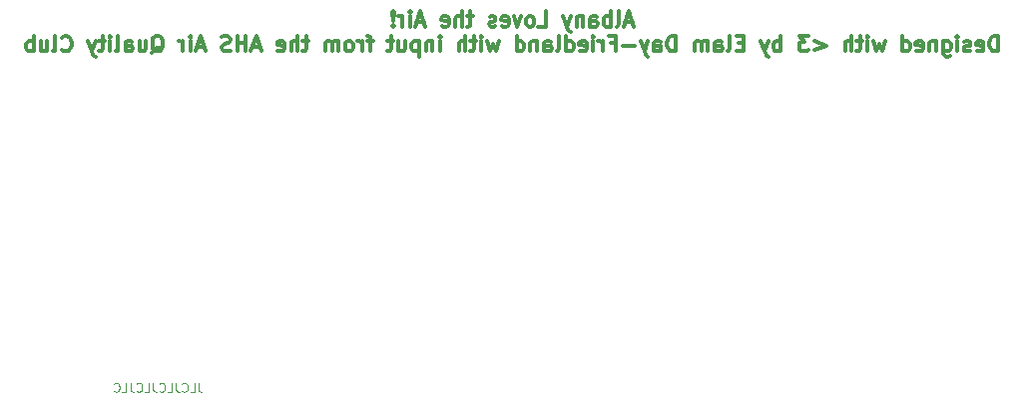
<source format=gbr>
%TF.GenerationSoftware,KiCad,Pcbnew,(5.99.0-8928-gc255dede17)*%
%TF.CreationDate,2021-03-21T11:37:16-07:00*%
%TF.ProjectId,smbpcb,736d6270-6362-42e6-9b69-6361645f7063,rev?*%
%TF.SameCoordinates,Original*%
%TF.FileFunction,Legend,Bot*%
%TF.FilePolarity,Positive*%
%FSLAX46Y46*%
G04 Gerber Fmt 4.6, Leading zero omitted, Abs format (unit mm)*
G04 Created by KiCad (PCBNEW (5.99.0-8928-gc255dede17)) date 2021-03-21 11:37:16*
%MOMM*%
%LPD*%
G01*
G04 APERTURE LIST*
%ADD10C,0.300000*%
%ADD11C,0.100000*%
G04 APERTURE END LIST*
D10*
X104143333Y-59685166D02*
X103524285Y-59685166D01*
X104267142Y-60056595D02*
X103833809Y-58756595D01*
X103400476Y-60056595D01*
X102781428Y-60056595D02*
X102905238Y-59994690D01*
X102967142Y-59870880D01*
X102967142Y-58756595D01*
X102286190Y-60056595D02*
X102286190Y-58756595D01*
X102286190Y-59251833D02*
X102162380Y-59189928D01*
X101914761Y-59189928D01*
X101790952Y-59251833D01*
X101729047Y-59313738D01*
X101667142Y-59437547D01*
X101667142Y-59808976D01*
X101729047Y-59932785D01*
X101790952Y-59994690D01*
X101914761Y-60056595D01*
X102162380Y-60056595D01*
X102286190Y-59994690D01*
X100552857Y-60056595D02*
X100552857Y-59375642D01*
X100614761Y-59251833D01*
X100738571Y-59189928D01*
X100986190Y-59189928D01*
X101110000Y-59251833D01*
X100552857Y-59994690D02*
X100676666Y-60056595D01*
X100986190Y-60056595D01*
X101110000Y-59994690D01*
X101171904Y-59870880D01*
X101171904Y-59747071D01*
X101110000Y-59623261D01*
X100986190Y-59561357D01*
X100676666Y-59561357D01*
X100552857Y-59499452D01*
X99933809Y-59189928D02*
X99933809Y-60056595D01*
X99933809Y-59313738D02*
X99871904Y-59251833D01*
X99748095Y-59189928D01*
X99562380Y-59189928D01*
X99438571Y-59251833D01*
X99376666Y-59375642D01*
X99376666Y-60056595D01*
X98881428Y-59189928D02*
X98571904Y-60056595D01*
X98262380Y-59189928D02*
X98571904Y-60056595D01*
X98695714Y-60366119D01*
X98757619Y-60428023D01*
X98881428Y-60489928D01*
X96157619Y-60056595D02*
X96776666Y-60056595D01*
X96776666Y-58756595D01*
X95538571Y-60056595D02*
X95662380Y-59994690D01*
X95724285Y-59932785D01*
X95786190Y-59808976D01*
X95786190Y-59437547D01*
X95724285Y-59313738D01*
X95662380Y-59251833D01*
X95538571Y-59189928D01*
X95352857Y-59189928D01*
X95229047Y-59251833D01*
X95167142Y-59313738D01*
X95105238Y-59437547D01*
X95105238Y-59808976D01*
X95167142Y-59932785D01*
X95229047Y-59994690D01*
X95352857Y-60056595D01*
X95538571Y-60056595D01*
X94671904Y-59189928D02*
X94362380Y-60056595D01*
X94052857Y-59189928D01*
X93062380Y-59994690D02*
X93186190Y-60056595D01*
X93433809Y-60056595D01*
X93557619Y-59994690D01*
X93619523Y-59870880D01*
X93619523Y-59375642D01*
X93557619Y-59251833D01*
X93433809Y-59189928D01*
X93186190Y-59189928D01*
X93062380Y-59251833D01*
X93000476Y-59375642D01*
X93000476Y-59499452D01*
X93619523Y-59623261D01*
X92505238Y-59994690D02*
X92381428Y-60056595D01*
X92133809Y-60056595D01*
X92010000Y-59994690D01*
X91948095Y-59870880D01*
X91948095Y-59808976D01*
X92010000Y-59685166D01*
X92133809Y-59623261D01*
X92319523Y-59623261D01*
X92443333Y-59561357D01*
X92505238Y-59437547D01*
X92505238Y-59375642D01*
X92443333Y-59251833D01*
X92319523Y-59189928D01*
X92133809Y-59189928D01*
X92010000Y-59251833D01*
X90586190Y-59189928D02*
X90090952Y-59189928D01*
X90400476Y-58756595D02*
X90400476Y-59870880D01*
X90338571Y-59994690D01*
X90214761Y-60056595D01*
X90090952Y-60056595D01*
X89657619Y-60056595D02*
X89657619Y-58756595D01*
X89100476Y-60056595D02*
X89100476Y-59375642D01*
X89162380Y-59251833D01*
X89286190Y-59189928D01*
X89471904Y-59189928D01*
X89595714Y-59251833D01*
X89657619Y-59313738D01*
X87986190Y-59994690D02*
X88110000Y-60056595D01*
X88357619Y-60056595D01*
X88481428Y-59994690D01*
X88543333Y-59870880D01*
X88543333Y-59375642D01*
X88481428Y-59251833D01*
X88357619Y-59189928D01*
X88110000Y-59189928D01*
X87986190Y-59251833D01*
X87924285Y-59375642D01*
X87924285Y-59499452D01*
X88543333Y-59623261D01*
X86438571Y-59685166D02*
X85819523Y-59685166D01*
X86562380Y-60056595D02*
X86129047Y-58756595D01*
X85695714Y-60056595D01*
X85262380Y-60056595D02*
X85262380Y-59189928D01*
X85262380Y-58756595D02*
X85324285Y-58818500D01*
X85262380Y-58880404D01*
X85200476Y-58818500D01*
X85262380Y-58756595D01*
X85262380Y-58880404D01*
X84643333Y-60056595D02*
X84643333Y-59189928D01*
X84643333Y-59437547D02*
X84581428Y-59313738D01*
X84519523Y-59251833D01*
X84395714Y-59189928D01*
X84271904Y-59189928D01*
X83838571Y-59932785D02*
X83776666Y-59994690D01*
X83838571Y-60056595D01*
X83900476Y-59994690D01*
X83838571Y-59932785D01*
X83838571Y-60056595D01*
X83838571Y-59561357D02*
X83900476Y-58818500D01*
X83838571Y-58756595D01*
X83776666Y-58818500D01*
X83838571Y-59561357D01*
X83838571Y-58756595D01*
X135157619Y-62149595D02*
X135157619Y-60849595D01*
X134848095Y-60849595D01*
X134662380Y-60911500D01*
X134538571Y-61035309D01*
X134476666Y-61159119D01*
X134414761Y-61406738D01*
X134414761Y-61592452D01*
X134476666Y-61840071D01*
X134538571Y-61963880D01*
X134662380Y-62087690D01*
X134848095Y-62149595D01*
X135157619Y-62149595D01*
X133362380Y-62087690D02*
X133486190Y-62149595D01*
X133733809Y-62149595D01*
X133857619Y-62087690D01*
X133919523Y-61963880D01*
X133919523Y-61468642D01*
X133857619Y-61344833D01*
X133733809Y-61282928D01*
X133486190Y-61282928D01*
X133362380Y-61344833D01*
X133300476Y-61468642D01*
X133300476Y-61592452D01*
X133919523Y-61716261D01*
X132805238Y-62087690D02*
X132681428Y-62149595D01*
X132433809Y-62149595D01*
X132309999Y-62087690D01*
X132248095Y-61963880D01*
X132248095Y-61901976D01*
X132309999Y-61778166D01*
X132433809Y-61716261D01*
X132619523Y-61716261D01*
X132743333Y-61654357D01*
X132805238Y-61530547D01*
X132805238Y-61468642D01*
X132743333Y-61344833D01*
X132619523Y-61282928D01*
X132433809Y-61282928D01*
X132309999Y-61344833D01*
X131690952Y-62149595D02*
X131690952Y-61282928D01*
X131690952Y-60849595D02*
X131752857Y-60911500D01*
X131690952Y-60973404D01*
X131629047Y-60911500D01*
X131690952Y-60849595D01*
X131690952Y-60973404D01*
X130514761Y-61282928D02*
X130514761Y-62335309D01*
X130576666Y-62459119D01*
X130638571Y-62521023D01*
X130762380Y-62582928D01*
X130948095Y-62582928D01*
X131071904Y-62521023D01*
X130514761Y-62087690D02*
X130638571Y-62149595D01*
X130886190Y-62149595D01*
X131009999Y-62087690D01*
X131071904Y-62025785D01*
X131133809Y-61901976D01*
X131133809Y-61530547D01*
X131071904Y-61406738D01*
X131009999Y-61344833D01*
X130886190Y-61282928D01*
X130638571Y-61282928D01*
X130514761Y-61344833D01*
X129895714Y-61282928D02*
X129895714Y-62149595D01*
X129895714Y-61406738D02*
X129833809Y-61344833D01*
X129709999Y-61282928D01*
X129524285Y-61282928D01*
X129400476Y-61344833D01*
X129338571Y-61468642D01*
X129338571Y-62149595D01*
X128224285Y-62087690D02*
X128348095Y-62149595D01*
X128595714Y-62149595D01*
X128719523Y-62087690D01*
X128781428Y-61963880D01*
X128781428Y-61468642D01*
X128719523Y-61344833D01*
X128595714Y-61282928D01*
X128348095Y-61282928D01*
X128224285Y-61344833D01*
X128162380Y-61468642D01*
X128162380Y-61592452D01*
X128781428Y-61716261D01*
X127048095Y-62149595D02*
X127048095Y-60849595D01*
X127048095Y-62087690D02*
X127171904Y-62149595D01*
X127419523Y-62149595D01*
X127543333Y-62087690D01*
X127605238Y-62025785D01*
X127667142Y-61901976D01*
X127667142Y-61530547D01*
X127605238Y-61406738D01*
X127543333Y-61344833D01*
X127419523Y-61282928D01*
X127171904Y-61282928D01*
X127048095Y-61344833D01*
X125562380Y-61282928D02*
X125314761Y-62149595D01*
X125067142Y-61530547D01*
X124819523Y-62149595D01*
X124571904Y-61282928D01*
X124076666Y-62149595D02*
X124076666Y-61282928D01*
X124076666Y-60849595D02*
X124138571Y-60911500D01*
X124076666Y-60973404D01*
X124014761Y-60911500D01*
X124076666Y-60849595D01*
X124076666Y-60973404D01*
X123643333Y-61282928D02*
X123148095Y-61282928D01*
X123457619Y-60849595D02*
X123457619Y-61963880D01*
X123395714Y-62087690D01*
X123271904Y-62149595D01*
X123148095Y-62149595D01*
X122714761Y-62149595D02*
X122714761Y-60849595D01*
X122157619Y-62149595D02*
X122157619Y-61468642D01*
X122219523Y-61344833D01*
X122343333Y-61282928D01*
X122529047Y-61282928D01*
X122652857Y-61344833D01*
X122714761Y-61406738D01*
X119557619Y-61282928D02*
X120548095Y-61654357D01*
X119557619Y-62025785D01*
X119062380Y-60849595D02*
X118257619Y-60849595D01*
X118690952Y-61344833D01*
X118505238Y-61344833D01*
X118381428Y-61406738D01*
X118319523Y-61468642D01*
X118257619Y-61592452D01*
X118257619Y-61901976D01*
X118319523Y-62025785D01*
X118381428Y-62087690D01*
X118505238Y-62149595D01*
X118876666Y-62149595D01*
X119000476Y-62087690D01*
X119062380Y-62025785D01*
X116709999Y-62149595D02*
X116709999Y-60849595D01*
X116709999Y-61344833D02*
X116586190Y-61282928D01*
X116338571Y-61282928D01*
X116214761Y-61344833D01*
X116152857Y-61406738D01*
X116090952Y-61530547D01*
X116090952Y-61901976D01*
X116152857Y-62025785D01*
X116214761Y-62087690D01*
X116338571Y-62149595D01*
X116586190Y-62149595D01*
X116709999Y-62087690D01*
X115657619Y-61282928D02*
X115348095Y-62149595D01*
X115038571Y-61282928D02*
X115348095Y-62149595D01*
X115471904Y-62459119D01*
X115533809Y-62521023D01*
X115657619Y-62582928D01*
X113552857Y-61468642D02*
X113119523Y-61468642D01*
X112933809Y-62149595D02*
X113552857Y-62149595D01*
X113552857Y-60849595D01*
X112933809Y-60849595D01*
X112190952Y-62149595D02*
X112314761Y-62087690D01*
X112376666Y-61963880D01*
X112376666Y-60849595D01*
X111138571Y-62149595D02*
X111138571Y-61468642D01*
X111200476Y-61344833D01*
X111324285Y-61282928D01*
X111571904Y-61282928D01*
X111695714Y-61344833D01*
X111138571Y-62087690D02*
X111262380Y-62149595D01*
X111571904Y-62149595D01*
X111695714Y-62087690D01*
X111757619Y-61963880D01*
X111757619Y-61840071D01*
X111695714Y-61716261D01*
X111571904Y-61654357D01*
X111262380Y-61654357D01*
X111138571Y-61592452D01*
X110519523Y-62149595D02*
X110519523Y-61282928D01*
X110519523Y-61406738D02*
X110457619Y-61344833D01*
X110333809Y-61282928D01*
X110148095Y-61282928D01*
X110024285Y-61344833D01*
X109962380Y-61468642D01*
X109962380Y-62149595D01*
X109962380Y-61468642D02*
X109900476Y-61344833D01*
X109776666Y-61282928D01*
X109590952Y-61282928D01*
X109467142Y-61344833D01*
X109405238Y-61468642D01*
X109405238Y-62149595D01*
X107795714Y-62149595D02*
X107795714Y-60849595D01*
X107486190Y-60849595D01*
X107300476Y-60911500D01*
X107176666Y-61035309D01*
X107114761Y-61159119D01*
X107052857Y-61406738D01*
X107052857Y-61592452D01*
X107114761Y-61840071D01*
X107176666Y-61963880D01*
X107300476Y-62087690D01*
X107486190Y-62149595D01*
X107795714Y-62149595D01*
X105938571Y-62149595D02*
X105938571Y-61468642D01*
X106000476Y-61344833D01*
X106124285Y-61282928D01*
X106371904Y-61282928D01*
X106495714Y-61344833D01*
X105938571Y-62087690D02*
X106062380Y-62149595D01*
X106371904Y-62149595D01*
X106495714Y-62087690D01*
X106557619Y-61963880D01*
X106557619Y-61840071D01*
X106495714Y-61716261D01*
X106371904Y-61654357D01*
X106062380Y-61654357D01*
X105938571Y-61592452D01*
X105443333Y-61282928D02*
X105133809Y-62149595D01*
X104824285Y-61282928D02*
X105133809Y-62149595D01*
X105257619Y-62459119D01*
X105319523Y-62521023D01*
X105443333Y-62582928D01*
X104329047Y-61654357D02*
X103338571Y-61654357D01*
X102286190Y-61468642D02*
X102719523Y-61468642D01*
X102719523Y-62149595D02*
X102719523Y-60849595D01*
X102100476Y-60849595D01*
X101605238Y-62149595D02*
X101605238Y-61282928D01*
X101605238Y-61530547D02*
X101543333Y-61406738D01*
X101481428Y-61344833D01*
X101357619Y-61282928D01*
X101233809Y-61282928D01*
X100800476Y-62149595D02*
X100800476Y-61282928D01*
X100800476Y-60849595D02*
X100862380Y-60911500D01*
X100800476Y-60973404D01*
X100738571Y-60911500D01*
X100800476Y-60849595D01*
X100800476Y-60973404D01*
X99686190Y-62087690D02*
X99809999Y-62149595D01*
X100057619Y-62149595D01*
X100181428Y-62087690D01*
X100243333Y-61963880D01*
X100243333Y-61468642D01*
X100181428Y-61344833D01*
X100057619Y-61282928D01*
X99809999Y-61282928D01*
X99686190Y-61344833D01*
X99624285Y-61468642D01*
X99624285Y-61592452D01*
X100243333Y-61716261D01*
X98509999Y-62149595D02*
X98509999Y-60849595D01*
X98509999Y-62087690D02*
X98633809Y-62149595D01*
X98881428Y-62149595D01*
X99005238Y-62087690D01*
X99067142Y-62025785D01*
X99129047Y-61901976D01*
X99129047Y-61530547D01*
X99067142Y-61406738D01*
X99005238Y-61344833D01*
X98881428Y-61282928D01*
X98633809Y-61282928D01*
X98509999Y-61344833D01*
X97705238Y-62149595D02*
X97829047Y-62087690D01*
X97890952Y-61963880D01*
X97890952Y-60849595D01*
X96652857Y-62149595D02*
X96652857Y-61468642D01*
X96714761Y-61344833D01*
X96838571Y-61282928D01*
X97086190Y-61282928D01*
X97209999Y-61344833D01*
X96652857Y-62087690D02*
X96776666Y-62149595D01*
X97086190Y-62149595D01*
X97209999Y-62087690D01*
X97271904Y-61963880D01*
X97271904Y-61840071D01*
X97209999Y-61716261D01*
X97086190Y-61654357D01*
X96776666Y-61654357D01*
X96652857Y-61592452D01*
X96033809Y-61282928D02*
X96033809Y-62149595D01*
X96033809Y-61406738D02*
X95971904Y-61344833D01*
X95848095Y-61282928D01*
X95662380Y-61282928D01*
X95538571Y-61344833D01*
X95476666Y-61468642D01*
X95476666Y-62149595D01*
X94300476Y-62149595D02*
X94300476Y-60849595D01*
X94300476Y-62087690D02*
X94424285Y-62149595D01*
X94671904Y-62149595D01*
X94795714Y-62087690D01*
X94857619Y-62025785D01*
X94919523Y-61901976D01*
X94919523Y-61530547D01*
X94857619Y-61406738D01*
X94795714Y-61344833D01*
X94671904Y-61282928D01*
X94424285Y-61282928D01*
X94300476Y-61344833D01*
X92814761Y-61282928D02*
X92567142Y-62149595D01*
X92319523Y-61530547D01*
X92071904Y-62149595D01*
X91824285Y-61282928D01*
X91329047Y-62149595D02*
X91329047Y-61282928D01*
X91329047Y-60849595D02*
X91390952Y-60911500D01*
X91329047Y-60973404D01*
X91267142Y-60911500D01*
X91329047Y-60849595D01*
X91329047Y-60973404D01*
X90895714Y-61282928D02*
X90400476Y-61282928D01*
X90709999Y-60849595D02*
X90709999Y-61963880D01*
X90648095Y-62087690D01*
X90524285Y-62149595D01*
X90400476Y-62149595D01*
X89967142Y-62149595D02*
X89967142Y-60849595D01*
X89409999Y-62149595D02*
X89409999Y-61468642D01*
X89471904Y-61344833D01*
X89595714Y-61282928D01*
X89781428Y-61282928D01*
X89905238Y-61344833D01*
X89967142Y-61406738D01*
X87800476Y-62149595D02*
X87800476Y-61282928D01*
X87800476Y-60849595D02*
X87862380Y-60911500D01*
X87800476Y-60973404D01*
X87738571Y-60911500D01*
X87800476Y-60849595D01*
X87800476Y-60973404D01*
X87181428Y-61282928D02*
X87181428Y-62149595D01*
X87181428Y-61406738D02*
X87119523Y-61344833D01*
X86995714Y-61282928D01*
X86809999Y-61282928D01*
X86686190Y-61344833D01*
X86624285Y-61468642D01*
X86624285Y-62149595D01*
X86005238Y-61282928D02*
X86005238Y-62582928D01*
X86005238Y-61344833D02*
X85881428Y-61282928D01*
X85633809Y-61282928D01*
X85509999Y-61344833D01*
X85448095Y-61406738D01*
X85386190Y-61530547D01*
X85386190Y-61901976D01*
X85448095Y-62025785D01*
X85509999Y-62087690D01*
X85633809Y-62149595D01*
X85881428Y-62149595D01*
X86005238Y-62087690D01*
X84271904Y-61282928D02*
X84271904Y-62149595D01*
X84829047Y-61282928D02*
X84829047Y-61963880D01*
X84767142Y-62087690D01*
X84643333Y-62149595D01*
X84457619Y-62149595D01*
X84333809Y-62087690D01*
X84271904Y-62025785D01*
X83838571Y-61282928D02*
X83343333Y-61282928D01*
X83652857Y-60849595D02*
X83652857Y-61963880D01*
X83590952Y-62087690D01*
X83467142Y-62149595D01*
X83343333Y-62149595D01*
X82105238Y-61282928D02*
X81609999Y-61282928D01*
X81919523Y-62149595D02*
X81919523Y-61035309D01*
X81857619Y-60911500D01*
X81733809Y-60849595D01*
X81609999Y-60849595D01*
X81176666Y-62149595D02*
X81176666Y-61282928D01*
X81176666Y-61530547D02*
X81114761Y-61406738D01*
X81052857Y-61344833D01*
X80929047Y-61282928D01*
X80805238Y-61282928D01*
X80186190Y-62149595D02*
X80309999Y-62087690D01*
X80371904Y-62025785D01*
X80433809Y-61901976D01*
X80433809Y-61530547D01*
X80371904Y-61406738D01*
X80309999Y-61344833D01*
X80186190Y-61282928D01*
X80000476Y-61282928D01*
X79876666Y-61344833D01*
X79814761Y-61406738D01*
X79752857Y-61530547D01*
X79752857Y-61901976D01*
X79814761Y-62025785D01*
X79876666Y-62087690D01*
X80000476Y-62149595D01*
X80186190Y-62149595D01*
X79195714Y-62149595D02*
X79195714Y-61282928D01*
X79195714Y-61406738D02*
X79133809Y-61344833D01*
X79009999Y-61282928D01*
X78824285Y-61282928D01*
X78700476Y-61344833D01*
X78638571Y-61468642D01*
X78638571Y-62149595D01*
X78638571Y-61468642D02*
X78576666Y-61344833D01*
X78452857Y-61282928D01*
X78267142Y-61282928D01*
X78143333Y-61344833D01*
X78081428Y-61468642D01*
X78081428Y-62149595D01*
X76657619Y-61282928D02*
X76162380Y-61282928D01*
X76471904Y-60849595D02*
X76471904Y-61963880D01*
X76409999Y-62087690D01*
X76286190Y-62149595D01*
X76162380Y-62149595D01*
X75729047Y-62149595D02*
X75729047Y-60849595D01*
X75171904Y-62149595D02*
X75171904Y-61468642D01*
X75233809Y-61344833D01*
X75357619Y-61282928D01*
X75543333Y-61282928D01*
X75667142Y-61344833D01*
X75729047Y-61406738D01*
X74057619Y-62087690D02*
X74181428Y-62149595D01*
X74429047Y-62149595D01*
X74552857Y-62087690D01*
X74614761Y-61963880D01*
X74614761Y-61468642D01*
X74552857Y-61344833D01*
X74429047Y-61282928D01*
X74181428Y-61282928D01*
X74057619Y-61344833D01*
X73995714Y-61468642D01*
X73995714Y-61592452D01*
X74614761Y-61716261D01*
X72509999Y-61778166D02*
X71890952Y-61778166D01*
X72633809Y-62149595D02*
X72200476Y-60849595D01*
X71767142Y-62149595D01*
X71333809Y-62149595D02*
X71333809Y-60849595D01*
X71333809Y-61468642D02*
X70590952Y-61468642D01*
X70590952Y-62149595D02*
X70590952Y-60849595D01*
X70033809Y-62087690D02*
X69848095Y-62149595D01*
X69538571Y-62149595D01*
X69414761Y-62087690D01*
X69352857Y-62025785D01*
X69290952Y-61901976D01*
X69290952Y-61778166D01*
X69352857Y-61654357D01*
X69414761Y-61592452D01*
X69538571Y-61530547D01*
X69786190Y-61468642D01*
X69909999Y-61406738D01*
X69971904Y-61344833D01*
X70033809Y-61221023D01*
X70033809Y-61097214D01*
X69971904Y-60973404D01*
X69909999Y-60911500D01*
X69786190Y-60849595D01*
X69476666Y-60849595D01*
X69290952Y-60911500D01*
X67805238Y-61778166D02*
X67186190Y-61778166D01*
X67929047Y-62149595D02*
X67495714Y-60849595D01*
X67062380Y-62149595D01*
X66629047Y-62149595D02*
X66629047Y-61282928D01*
X66629047Y-60849595D02*
X66690952Y-60911500D01*
X66629047Y-60973404D01*
X66567142Y-60911500D01*
X66629047Y-60849595D01*
X66629047Y-60973404D01*
X66009999Y-62149595D02*
X66009999Y-61282928D01*
X66009999Y-61530547D02*
X65948095Y-61406738D01*
X65886190Y-61344833D01*
X65762380Y-61282928D01*
X65638571Y-61282928D01*
X63348095Y-62273404D02*
X63471904Y-62211500D01*
X63595714Y-62087690D01*
X63781428Y-61901976D01*
X63905238Y-61840071D01*
X64029047Y-61840071D01*
X63967142Y-62149595D02*
X64090952Y-62087690D01*
X64214761Y-61963880D01*
X64276666Y-61716261D01*
X64276666Y-61282928D01*
X64214761Y-61035309D01*
X64090952Y-60911500D01*
X63967142Y-60849595D01*
X63719523Y-60849595D01*
X63595714Y-60911500D01*
X63471904Y-61035309D01*
X63409999Y-61282928D01*
X63409999Y-61716261D01*
X63471904Y-61963880D01*
X63595714Y-62087690D01*
X63719523Y-62149595D01*
X63967142Y-62149595D01*
X62295714Y-61282928D02*
X62295714Y-62149595D01*
X62852857Y-61282928D02*
X62852857Y-61963880D01*
X62790952Y-62087690D01*
X62667142Y-62149595D01*
X62481428Y-62149595D01*
X62357619Y-62087690D01*
X62295714Y-62025785D01*
X61119523Y-62149595D02*
X61119523Y-61468642D01*
X61181428Y-61344833D01*
X61305238Y-61282928D01*
X61552857Y-61282928D01*
X61676666Y-61344833D01*
X61119523Y-62087690D02*
X61243333Y-62149595D01*
X61552857Y-62149595D01*
X61676666Y-62087690D01*
X61738571Y-61963880D01*
X61738571Y-61840071D01*
X61676666Y-61716261D01*
X61552857Y-61654357D01*
X61243333Y-61654357D01*
X61119523Y-61592452D01*
X60314761Y-62149595D02*
X60438571Y-62087690D01*
X60500476Y-61963880D01*
X60500476Y-60849595D01*
X59819523Y-62149595D02*
X59819523Y-61282928D01*
X59819523Y-60849595D02*
X59881428Y-60911500D01*
X59819523Y-60973404D01*
X59757619Y-60911500D01*
X59819523Y-60849595D01*
X59819523Y-60973404D01*
X59386190Y-61282928D02*
X58890952Y-61282928D01*
X59200476Y-60849595D02*
X59200476Y-61963880D01*
X59138571Y-62087690D01*
X59014761Y-62149595D01*
X58890952Y-62149595D01*
X58581428Y-61282928D02*
X58271904Y-62149595D01*
X57962380Y-61282928D02*
X58271904Y-62149595D01*
X58395714Y-62459119D01*
X58457619Y-62521023D01*
X58581428Y-62582928D01*
X55733809Y-62025785D02*
X55795714Y-62087690D01*
X55981428Y-62149595D01*
X56105238Y-62149595D01*
X56290952Y-62087690D01*
X56414761Y-61963880D01*
X56476666Y-61840071D01*
X56538571Y-61592452D01*
X56538571Y-61406738D01*
X56476666Y-61159119D01*
X56414761Y-61035309D01*
X56290952Y-60911500D01*
X56105238Y-60849595D01*
X55981428Y-60849595D01*
X55795714Y-60911500D01*
X55733809Y-60973404D01*
X54990952Y-62149595D02*
X55114761Y-62087690D01*
X55176666Y-61963880D01*
X55176666Y-60849595D01*
X53938571Y-61282928D02*
X53938571Y-62149595D01*
X54495714Y-61282928D02*
X54495714Y-61963880D01*
X54433809Y-62087690D01*
X54309999Y-62149595D01*
X54124285Y-62149595D01*
X54000476Y-62087690D01*
X53938571Y-62025785D01*
X53319523Y-62149595D02*
X53319523Y-60849595D01*
X53319523Y-61344833D02*
X53195714Y-61282928D01*
X52948095Y-61282928D01*
X52824285Y-61344833D01*
X52762380Y-61406738D01*
X52700476Y-61530547D01*
X52700476Y-61901976D01*
X52762380Y-62025785D01*
X52824285Y-62087690D01*
X52948095Y-62149595D01*
X53195714Y-62149595D01*
X53319523Y-62087690D01*
D11*
X67324285Y-90304285D02*
X67324285Y-90840000D01*
X67360000Y-90947142D01*
X67431428Y-91018571D01*
X67538571Y-91054285D01*
X67610000Y-91054285D01*
X66610000Y-91054285D02*
X66967142Y-91054285D01*
X66967142Y-90304285D01*
X65931428Y-90982857D02*
X65967142Y-91018571D01*
X66074285Y-91054285D01*
X66145714Y-91054285D01*
X66252857Y-91018571D01*
X66324285Y-90947142D01*
X66360000Y-90875714D01*
X66395714Y-90732857D01*
X66395714Y-90625714D01*
X66360000Y-90482857D01*
X66324285Y-90411428D01*
X66252857Y-90340000D01*
X66145714Y-90304285D01*
X66074285Y-90304285D01*
X65967142Y-90340000D01*
X65931428Y-90375714D01*
X65395714Y-90304285D02*
X65395714Y-90840000D01*
X65431428Y-90947142D01*
X65502857Y-91018571D01*
X65610000Y-91054285D01*
X65681428Y-91054285D01*
X64681428Y-91054285D02*
X65038571Y-91054285D01*
X65038571Y-90304285D01*
X64002857Y-90982857D02*
X64038571Y-91018571D01*
X64145714Y-91054285D01*
X64217142Y-91054285D01*
X64324285Y-91018571D01*
X64395714Y-90947142D01*
X64431428Y-90875714D01*
X64467142Y-90732857D01*
X64467142Y-90625714D01*
X64431428Y-90482857D01*
X64395714Y-90411428D01*
X64324285Y-90340000D01*
X64217142Y-90304285D01*
X64145714Y-90304285D01*
X64038571Y-90340000D01*
X64002857Y-90375714D01*
X63467142Y-90304285D02*
X63467142Y-90840000D01*
X63502857Y-90947142D01*
X63574285Y-91018571D01*
X63681428Y-91054285D01*
X63752857Y-91054285D01*
X62752857Y-91054285D02*
X63110000Y-91054285D01*
X63110000Y-90304285D01*
X62074285Y-90982857D02*
X62110000Y-91018571D01*
X62217142Y-91054285D01*
X62288571Y-91054285D01*
X62395714Y-91018571D01*
X62467142Y-90947142D01*
X62502857Y-90875714D01*
X62538571Y-90732857D01*
X62538571Y-90625714D01*
X62502857Y-90482857D01*
X62467142Y-90411428D01*
X62395714Y-90340000D01*
X62288571Y-90304285D01*
X62217142Y-90304285D01*
X62110000Y-90340000D01*
X62074285Y-90375714D01*
X61538571Y-90304285D02*
X61538571Y-90840000D01*
X61574285Y-90947142D01*
X61645714Y-91018571D01*
X61752857Y-91054285D01*
X61824285Y-91054285D01*
X60824285Y-91054285D02*
X61181428Y-91054285D01*
X61181428Y-90304285D01*
X60145714Y-90982857D02*
X60181428Y-91018571D01*
X60288571Y-91054285D01*
X60360000Y-91054285D01*
X60467142Y-91018571D01*
X60538571Y-90947142D01*
X60574285Y-90875714D01*
X60610000Y-90732857D01*
X60610000Y-90625714D01*
X60574285Y-90482857D01*
X60538571Y-90411428D01*
X60467142Y-90340000D01*
X60360000Y-90304285D01*
X60288571Y-90304285D01*
X60181428Y-90340000D01*
X60145714Y-90375714D01*
M02*

</source>
